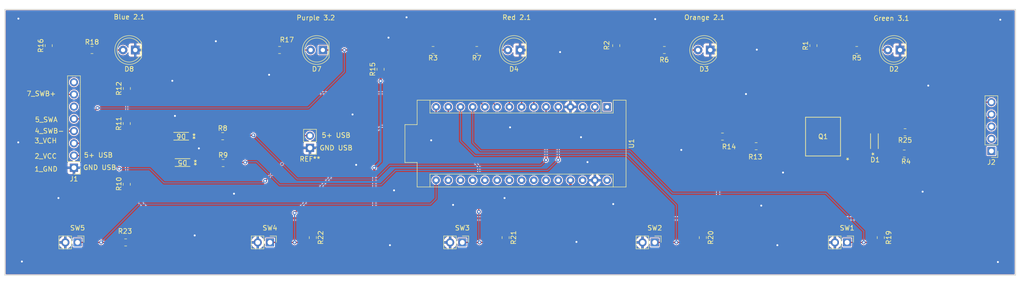
<source format=kicad_pcb>
(kicad_pcb (version 20211014) (generator pcbnew)
  (layers (0 "F.Cu" signal) (31 "B.Cu" signal) (34 "B.Paste" user) (35 "F.Paste" user) (36 "B.SilkS" user "B.Silkscreen") (37 "F.SilkS" user "F.Silkscreen") (38 "B.Mask" user) (39 "F.Mask" user) (44 "Edge.Cuts" user))
  (net 0 "")
  (net 1 "Net-(D1-Pad1)")
  (net 2 "Net-(D1-Pad2)")
  (net 3 "Net-(D2-Pad2)")
  (net 4 "Net-(D3-Pad2)")
  (net 5 "Net-(D4-Pad2)")
  (net 6 "Net-(D5-Pad1)")
  (net 7 "MESA_VCH")
  (net 8 "Net-(D6-Pad1)")
  (net 9 "Arduino_D4")
  (net 10 "Net-(D7-Pad2)")
  (net 11 "Net-(D8-Pad2)")
  (net 13 "Arduino_RX")
  (net 14 "Net-(Q1-Pad6)")
  (net 15 "Arduino_D6")
  (net 16 "Arduino_D7")
  (net 17 "Arduino_D8")
  (net 18 "Net-(J2-Pad4)")
  (net 19 "Arduino_D3")
  (net 20 "Arduino_D2")
  (net 21 "VCC")
  (net 22 "Net-(R11-Pad2)")
  (net 23 "Arduino_D10")
  (net 24 "Arduino_D9")
  (net 25 "Arduino_D11")
  (net 26 "Arduino_D12")
  (net 27 "Arduino_D13")
  (net 35 "Arduino_D5")
  (net 38 "GND")
  (net 39 "Net-(J2-Pad5)")
  (net 41 "+5V")
  (footprint "LED_THT:LED_D5.0mm" (layer "F.Cu") (at 238 59 180)
    (fp_text reference "D2" (at 1.27 -3.96) (layer "F.SilkS"))
    (fp_text value "Green 3.1" (at 1.8 6.6) (layer "F.SilkS"))
    (pad "1" thru_hole rect (at 0 0 180) (size 1.8 1.8) (drill 0.9) (layers *.Cu *.Mask) (net 38 "GND"))
    (pad "2" thru_hole circle (at 2.54 0 180) (size 1.8 1.8) (drill 0.9) (layers *.Cu *.Mask) (net 3 "Net-(D2-Pad2)"))
  )
  (footprint "Resistor_SMD:R_0805_2012Metric" (layer "F.Cu") (at 130 63 90)
    (fp_text reference "R15" (at 0 -1.65 90) (layer "F.SilkS"))
    (fp_text value "10K")
    (pad "1" smd roundrect (at -0.9125 0 90) (size 1.025 1.4) (layers "F.Cu" "F.Paste" "F.Mask") (roundrect_rratio 0.243902439) (net 21 "VCC"))
    (pad "2" smd roundrect (at 0.9125 0 90) (size 1.025 1.4) (layers "F.Cu" "F.Paste" "F.Mask") (roundrect_rratio 0.243902439) (net 16 "Arduino_D7"))
  )
  (footprint "Resistor_SMD:R_0805_2012Metric" (layer "F.Cu") (at 61 58.0875 90)
    (fp_text reference "R16" (at 0 -1.65 90) (layer "F.SilkS"))
    (fp_text value "10K")
    (pad "1" smd roundrect (at -0.9125 0 90) (size 1.025 1.4) (layers "F.Cu" "F.Paste" "F.Mask") (roundrect_rratio 0.243902439) (net 17 "Arduino_D8"))
    (pad "2" smd roundrect (at 0.9125 0 90) (size 1.025 1.4) (layers "F.Cu" "F.Paste" "F.Mask") (roundrect_rratio 0.243902439) (net 38 "GND"))
  )
  (footprint "1N4148W-13-L:SOD123_DIO" (layer "F.Cu") (at 232.675 77.95 90)
    (fp_text reference "D1" (at -3.875 0.15 unlocked) (layer "F.SilkS"))
    (fp_text value "1N4148")
    (fp_text user "*" (at -2.6616 0 90) (layer "F.SilkS"))
    (pad "1" smd rect (at -1.725 0 90) (size 1.1112 0.6008) (layers "F.Cu" "F.Paste" "F.Mask") (net 1 "Net-(D1-Pad1)"))
    (pad "2" smd rect (at 1.725 0 90) (size 1.1112 0.6008) (layers "F.Cu" "F.Paste" "F.Mask") (net 2 "Net-(D1-Pad2)"))
  )
  (footprint "Arduino:Arduino_Nano" (layer "F.Cu") (at 177.1 70.83 -90)
    (fp_text reference "U1" (at 7.62 -5.08 90) (layer "F.SilkS"))
    (fp_text value "Arduino_Nano")
    (pad "1" thru_hole rect locked (at 0 0 270) (size 1.6 1.6) (drill 0.8) (layers *.Cu *.Mask))
    (pad "2" thru_hole oval locked (at 0 2.54 270) (size 1.6 1.6) (drill 0.8) (layers *.Cu *.Mask) (net 13 "Arduino_RX"))
    (pad "3" thru_hole oval locked (at 0 5.08 270) (size 1.6 1.6) (drill 0.8) (layers *.Cu *.Mask))
    (pad "4" thru_hole oval locked (at 0 7.62 270) (size 1.6 1.6) (drill 0.8) (layers *.Cu *.Mask) (net 38 "GND"))
    (pad "5" thru_hole oval locked (at 0 10.16 270) (size 1.6 1.6) (drill 0.8) (layers *.Cu *.Mask) (net 20 "Arduino_D2"))
    (pad "6" thru_hole oval locked (at 0 12.7 270) (size 1.6 1.6) (drill 0.8) (layers *.Cu *.Mask) (net 19 "Arduino_D3"))
    (pad "7" thru_hole oval locked (at 0 15.24 270) (size 1.6 1.6) (drill 0.8) (layers *.Cu *.Mask) (net 9 "Arduino_D4"))
    (pad "8" thru_hole oval locked (at 0 17.78 270) (size 1.6 1.6) (drill 0.8) (layers *.Cu *.Mask) (net 35 "Arduino_D5"))
    (pad "9" thru_hole oval locked (at 0 20.32 270) (size 1.6 1.6) (drill 0.8) (layers *.Cu *.Mask) (net 15 "Arduino_D6"))
    (pad "10" thru_hole oval locked (at 0 22.86 270) (size 1.6 1.6) (drill 0.8) (layers *.Cu *.Mask) (net 16 "Arduino_D7"))
    (pad "11" thru_hole oval locked (at 0 25.4 270) (size 1.6 1.6) (drill 0.8) (layers *.Cu *.Mask) (net 17 "Arduino_D8"))
    (pad "12" thru_hole oval locked (at 0 27.94 270) (size 1.6 1.6) (drill 0.8) (layers *.Cu *.Mask) (net 24 "Arduino_D9"))
    (pad "13" thru_hole oval locked (at 0 30.48 270) (size 1.6 1.6) (drill 0.8) (layers *.Cu *.Mask) (net 23 "Arduino_D10"))
    (pad "14" thru_hole oval locked (at 0 33.02 270) (size 1.6 1.6) (drill 0.8) (layers *.Cu *.Mask) (net 25 "Arduino_D11"))
    (pad "15" thru_hole oval locked (at 0 35.56 270) (size 1.6 1.6) (drill 0.8) (layers *.Cu *.Mask) (net 26 "Arduino_D12"))
    (pad "16" thru_hole oval locked (at 15.24 35.56 270) (size 1.6 1.6) (drill 0.8) (layers *.Cu *.Mask) (net 27 "Arduino_D13"))
    (pad "17" thru_hole oval locked (at 15.24 33.02 270) (size 1.6 1.6) (drill 0.8) (layers *.Cu *.Mask))
    (pad "18" thru_hole oval locked (at 15.24 30.48 270) (size 1.6 1.6) (drill 0.8) (layers *.Cu *.Mask))
    (pad "19" thru_hole oval locked (at 15.24 27.94 270) (size 1.6 1.6) (drill 0.8) (layers *.Cu *.Mask))
    (pad "20" thru_hole oval locked (at 15.24 25.4 270) (size 1.6 1.6) (drill 0.8) (layers *.Cu *.Mask))
    (pad "21" thru_hole oval locked (at 15.24 22.86 270) (size 1.6 1.6) (drill 0.8) (layers *.Cu *.Mask))
    (pad "22" thru_hole oval locked (at 15.24 20.32 270) (size 1.6 1.6) (drill 0.8) (layers *.Cu *.Mask))
    (pad "23" thru_hole oval locked (at 15.24 17.78 270) (size 1.6 1.6) (drill 0.8) (layers *.Cu *.Mask))
    (pad "24" thru_hole oval locked (at 15.24 15.24 270) (size 1.6 1.6) (drill 0.8) (layers *.Cu *.Mask))
    (pad "25" thru_hole oval locked (at 15.24 12.7 270) (size 1.6 1.6) (drill 0.8) (layers *.Cu *.Mask))
    (pad "26" thru_hole oval locked (at 15.24 10.16 270) (size 1.6 1.6) (drill 0.8) (layers *.Cu *.Mask))
    (pad "27" thru_hole oval locked (at 15.24 7.62 270) (size 1.6 1.6) (drill 0.8) (layers *.Cu *.Mask) (net 21 "VCC"))
    (pad "28" thru_hole oval locked (at 15.24 5.08 270) (size 1.6 1.6) (drill 0.8) (layers *.Cu *.Mask))
    (pad "29" thru_hole oval locked (at 15.24 2.54 270) (size 1.6 1.6) (drill 0.8) (layers *.Cu *.Mask) (net 38 "GND"))
    (pad "30" thru_hole oval locked (at 15.24 0 270) (size 1.6 1.6) (drill 0.8) (layers *.Cu *.Mask))
  )
  (footprint "Resistor_SMD:R_0805_2012Metric" (layer "F.Cu") (at 179 58.0875 90)
    (fp_text reference "R2" (at 0.0625 -1.975 90) (layer "F.SilkS"))
    (fp_text value "10K")
    (pad "1" smd roundrect (at -0.9125 0 90) (size 1.025 1.4) (layers "F.Cu" "F.Paste" "F.Mask") (roundrect_rratio 0.243902439) (net 35 "Arduino_D5"))
    (pad "2" smd roundrect (at 0.9125 0 90) (size 1.025 1.4) (layers "F.Cu" "F.Paste" "F.Mask") (roundrect_rratio 0.243902439) (net 38 "GND"))
  )
  (footprint "1N4148W-13-L:SOD123_DIO" (layer "F.Cu") (at 88.55 76.925 180)
    (fp_text reference "D6" (at 0 0 180 unlocked) (layer "F.SilkS"))
    (fp_text value "1N4148")
    (fp_text user "*" (at -2.6616 0) (layer "F.SilkS"))
    (fp_text user "*" (at -2.6616 0 180 unlocked) (layer "F.SilkS"))
    (pad "1" smd rect (at -1.725 0 180) (size 1.1112 0.6008) (layers "F.Cu" "F.Paste" "F.Mask") (net 8 "Net-(D6-Pad1)"))
    (pad "2" smd rect (at 1.725 0 180) (size 1.1112 0.6008) (layers "F.Cu" "F.Paste" "F.Mask") (net 7 "MESA_VCH"))
  )
  (footprint "LED_THT:LED_D5.0mm" (layer "F.Cu") (at 118 59 180)
    (fp_text reference "D7" (at 1.27 -3.96) (layer "F.SilkS"))
    (fp_text value "Purple 3.2" (at 1.475 6.7) (layer "F.SilkS"))
    (pad "1" thru_hole rect (at 0 0 180) (size 1.8 1.8) (drill 0.9) (layers *.Cu *.Mask) (net 16 "Arduino_D7"))
    (pad "2" thru_hole circle (at 2.54 0 180) (size 1.8 1.8) (drill 0.9) (layers *.Cu *.Mask) (net 10 "Net-(D7-Pad2)"))
  )
  (footprint "Resistor_SMD:R_0805_2012Metric" (layer "F.Cu") (at 220 58.0875 90)
    (fp_text reference "R1" (at 0 -1.65 90) (layer "F.SilkS"))
    (fp_text value "10K")
    (pad "1" smd roundrect (at -0.9125 0 90) (size 1.025 1.4) (layers "F.Cu" "F.Paste" "F.Mask") (roundrect_rratio 0.243902439) (net 9 "Arduino_D4"))
    (pad "2" smd roundrect (at 0.9125 0 90) (size 1.025 1.4) (layers "F.Cu" "F.Paste" "F.Mask") (roundrect_rratio 0.243902439) (net 38 "GND"))
  )
  (footprint "Connector_PinHeader_2.54mm:PinHeader_1x05_P2.54mm_Vertical" (layer "F.Cu") (at 257 80 180)
    (fp_text reference "J2" (at 0 -2.33 180) (layer "F.SilkS"))
    (fp_text value "DIN-5_180degree")
    (pad "1" thru_hole rect locked (at 0 0 180) (size 1.7 1.7) (drill 1) (layers *.Cu *.Mask))
    (pad "2" thru_hole oval locked (at 0 2.54 180) (size 1.7 1.7) (drill 1) (layers *.Cu *.Mask))
    (pad "3" thru_hole oval locked (at 0 5.08 180) (size 1.7 1.7) (drill 1) (layers *.Cu *.Mask))
    (pad "4" thru_hole oval locked (at 0 7.62 180) (size 1.7 1.7) (drill 1) (layers *.Cu *.Mask) (net 18 "Net-(J2-Pad4)"))
    (pad "5" thru_hole oval locked (at 0 10.16 180) (size 1.7 1.7) (drill 1) (layers *.Cu *.Mask) (net 39 "Net-(J2-Pad5)"))
  )
  (footprint "Resistor_SMD:R_0805_2012Metric" (layer "F.Cu") (at 208.0875 79)
    (fp_text reference "R13" (at -0.1625 2.225) (layer "F.SilkS"))
    (fp_text value "100K")
    (pad "1" smd roundrect (at -0.9125 0) (size 1.025 1.4) (layers "F.Cu" "F.Paste" "F.Mask") (roundrect_rratio 0.243902439) (net 38 "GND"))
    (pad "2" smd roundrect (at 0.9125 0) (size 1.025 1.4) (layers "F.Cu" "F.Paste" "F.Mask") (roundrect_rratio 0.243902439) (net 14 "Net-(Q1-Pad6)"))
  )
  (footprint "Resistor_SMD:R_0805_2012Metric" (layer "F.Cu") (at 109 59)
    (fp_text reference "R17" (at 1.525 -2.125) (layer "F.SilkS"))
    (fp_text value "R220")
    (pad "1" smd roundrect (at -0.9125 0) (size 1.025 1.4) (layers "F.Cu" "F.Paste" "F.Mask") (roundrect_rratio 0.243902439) (net 21 "VCC"))
    (pad "2" smd roundrect (at 0.9125 0) (size 1.025 1.4) (layers "F.Cu" "F.Paste" "F.Mask") (roundrect_rratio 0.243902439) (net 10 "Net-(D7-Pad2)"))
  )
  (footprint "Resistor_SMD:R_0805_2012Metric" (layer "F.Cu") (at 239.05 76.1 180)
    (fp_text reference "R25" (at 0 -1.65) (layer "F.SilkS"))
    (fp_text value "0R")
    (pad "1" smd roundrect locked (at -0.9125 0 180) (size 1.025 1.4) (layers "F.Cu" "F.Paste" "F.Mask") (roundrect_rratio 0.243902439) (net 39 "Net-(J2-Pad5)"))
    (pad "2" smd roundrect locked (at 0.9125 0 180) (size 1.025 1.4) (layers "F.Cu" "F.Paste" "F.Mask") (roundrect_rratio 0.243902439) (net 2 "Net-(D1-Pad2)"))
  )
  (footprint "Resistor_SMD:R_0805_2012Metric" (layer "F.Cu") (at 140.9125 59 180)
    (fp_text reference "R3" (at 0 -1.65) (layer "F.SilkS"))
    (fp_text value "10K")
    (pad "1" smd roundrect (at -0.9125 0 180) (size 1.025 1.4) (layers "F.Cu" "F.Paste" "F.Mask") (roundrect_rratio 0.243902439) (net 15 "Arduino_D6"))
    (pad "2" smd roundrect (at 0.9125 0 180) (size 1.025 1.4) (layers "F.Cu" "F.Paste" "F.Mask") (roundrect_rratio 0.243902439) (net 38 "GND"))
  )
  (footprint "Resistor_SMD:R_0805_2012Metric" (layer "F.Cu") (at 156 98 -90)
    (fp_text reference "R21" (at 0 -1.65 90) (layer "F.SilkS"))
    (fp_text value "10K")
    (pad "1" smd roundrect (at -0.9125 0 270) (size 1.025 1.4) (layers "F.Cu" "F.Paste" "F.Mask") (roundrect_rratio 0.243902439) (net 21 "VCC"))
    (pad "2" smd roundrect (at 0.9125 0 270) (size 1.025 1.4) (layers "F.Cu" "F.Paste" "F.Mask") (roundrect_rratio 0.243902439) (net 25 "Arduino_D11"))
  )
  (footprint "Resistor_SMD:R_0805_2012Metric" (layer "F.Cu") (at 77 99 180)
    (fp_text reference "R23" (at 0.125 2.325) (layer "F.SilkS"))
    (fp_text value "10K")
    (pad "1" smd roundrect (at -0.9125 0 180) (size 1.025 1.4) (layers "F.Cu" "F.Paste" "F.Mask") (roundrect_rratio 0.243902439) (net 21 "VCC"))
    (pad "2" smd roundrect (at 0.9125 0 180) (size 1.025 1.4) (layers "F.Cu" "F.Paste" "F.Mask") (roundrect_rratio 0.243902439) (net 27 "Arduino_D13"))
  )
  (footprint "Resistor_SMD:R_0805_2012Metric" (layer "F.Cu") (at 77.225 86.9125 90)
    (fp_text reference "R10" (at 0.0875 -1.625 -90) (layer "F.SilkS"))
    (fp_text value "10K")
    (pad "1" smd roundrect (at -0.9125 0 90) (size 1.025 1.4) (layers "F.Cu" "F.Paste" "F.Mask") (roundrect_rratio 0.243902439) (net 21 "VCC"))
    (pad "2" smd roundrect (at 0.9125 0 90) (size 1.025 1.4) (layers "F.Cu" "F.Paste" "F.Mask") (roundrect_rratio 0.243902439) (net 7 "MESA_VCH"))
  )
  (footprint "Connector_PinHeader_2.54mm:PinHeader_1x02_P2.54mm_Vertical" (layer "F.Cu") (at 115.325 79.35 180)
    (fp_text reference "REF**" (at 0 -2.33) (layer "F.SilkS"))
    (fp_text value "USB Power")
    (pad "1" thru_hole rect locked (at 0 0 180) (size 1.7 1.7) (drill 1) (layers *.Cu *.Mask) (net 38 "GND"))
    (pad "2" thru_hole oval locked (at 0 2.54 180) (size 1.7 1.7) (drill 1) (layers *.Cu *.Mask) (net 41 "+5V"))
  )
  (footprint "Connector_PinHeader_2.54mm:PinHeader_1x02_P2.54mm_Vertical" (layer "F.Cu") (at 147 99 -90)
    (fp_text reference "SW3" (at -3 0) (layer "F.SilkS"))
    (fp_text value "SW_Push")
    (pad "1" thru_hole rect (at 0 0 270) (size 1.7 1.7) (drill 1) (layers *.Cu *.Mask) (net 25 "Arduino_D11"))
    (pad "2" thru_hole oval (at 0 2.54 270) (size 1.7 1.7) (drill 1) (layers *.Cu *.Mask) (net 38 "GND"))
  )
  (footprint "LED_THT:LED_D5.0mm" (layer "F.Cu") (at 79 59 180)
    (fp_text reference "D8" (at 1.27 -3.96) (layer "F.SilkS"))
    (fp_text value "Blue 2.1" (at 1.25 6.875) (layer "F.SilkS"))
    (pad "1" thru_hole rect (at 0 0 180) (size 1.8 1.8) (drill 0.9) (layers *.Cu *.Mask) (net 38 "GND"))
    (pad "2" thru_hole circle (at 2.54 0 180) (size 1.8 1.8) (drill 0.9) (layers *.Cu *.Mask) (net 11 "Net-(D8-Pad2)"))
  )
  (footprint "Resistor_SMD:R_0805_2012Metric" (layer "F.Cu") (at 97.2625 82.5)
    (fp_text reference "R9" (at 0 -1.65) (layer "F.SilkS"))
    (fp_text value "4K7")
    (pad "1" smd roundrect (at -0.9125 0) (size 1.025 1.4) (layers "F.Cu" "F.Paste" "F.Mask") (roundrect_rratio 0.243902439) (net 6 "Net-(D5-Pad1)"))
    (pad "2" smd roundrect (at 0.9125 0) (size 1.025 1.4) (layers "F.Cu" "F.Paste" "F.Mask") (roundrect_rratio 0.243902439) (net 20 "Arduino_D2"))
  )
  (footprint "Connector_PinHeader_2.54mm:PinHeader_1x02_P2.54mm_Vertical" (layer "F.Cu") (at 227 99 -90)
    (fp_text reference "SW1" (at -3 0) (layer "F.SilkS"))
    (fp_text value "SW_Push")
    (pad "1" thru_hole rect (at 0 0 270) (size 1.7 1.7) (drill 1) (layers *.Cu *.Mask) (net 24 "Arduino_D9"))
    (pad "2" thru_hole oval (at 0 2.54 270) (size 1.7 1.7) (drill 1) (layers *.Cu *.Mask) (net 38 "GND"))
  )
  (footprint "Connector_PinHeader_2.54mm:PinHeader_1x02_P2.54mm_Vertical" (layer "F.Cu") (at 187 99 -90)
    (fp_text reference "SW2" (at -3 0) (layer "F.SilkS"))
    (fp_text value "SW_Push")
    (pad "1" thru_hole rect (at 0 0 270) (size 1.7 1.7) (drill 1) (layers *.Cu *.Mask) (net 23 "Arduino_D10"))
    (pad "2" thru_hole oval (at 0 2.54 270) (size 1.7 1.7) (drill 1) (layers *.Cu *.Mask) (net 38 "GND"))
  )
  (footprint "LED_THT:LED_D5.0mm" (layer "F.Cu") (at 159 59 180)
    (fp_text reference "D4" (at 1.27 -3.96) (layer "F.SilkS"))
    (fp_text value "Red 2.1" (at 0.7 6.775) (layer "F.SilkS"))
    (pad "1" thru_hole rect (at 0 0 180) (size 1.8 1.8) (drill 0.9) (layers *.Cu *.Mask) (net 38 "GND"))
    (pad "2" thru_hole circle (at 2.54 0 180) (size 1.8 1.8) (drill 0.9) (layers *.Cu *.Mask) (net 5 "Net-(D4-Pad2)"))
  )
  (footprint "Resistor_SMD:R_0805_2012Metric" (layer "F.Cu") (at 150 59 180)
    (fp_text reference "R7" (at 0 -1.65) (layer "F.SilkS"))
    (fp_text value "R220")
    (pad "1" smd roundrect (at -0.9125 0 180) (size 1.025 1.4) (layers "F.Cu" "F.Paste" "F.Mask") (roundrect_rratio 0.243902439) (net 5 "Net-(D4-Pad2)"))
    (pad "2" smd roundrect (at 0.9125 0 180) (size 1.025 1.4) (layers "F.Cu" "F.Paste" "F.Mask") (roundrect_rratio 0.243902439) (net 15 "Arduino_D6"))
  )
  (footprint "LED_THT:LED_D5.0mm" (layer "F.Cu") (at 198.54 59 180)
    (fp_text reference "D3" (at 1.27 -3.96) (layer "F.SilkS"))
    (fp_text value "Orange 2.1" (at 1.19 6.775) (layer "F.SilkS"))
    (pad "1" thru_hole rect (at 0 0 180) (size 1.8 1.8) (drill 0.9) (layers *.Cu *.Mask) (net 38 "GND"))
    (pad "2" thru_hole circle (at 2.54 0 180) (size 1.8 1.8) (drill 0.9) (layers *.Cu *.Mask) (net 4 "Net-(D3-Pad2)"))
  )
  (footprint "Resistor_SMD:R_0805_2012Metric" (layer "F.Cu") (at 97.175 76.925)
    (fp_text reference "R8" (at 0 -1.65) (layer "F.SilkS"))
    (fp_text value "R470")
    (pad "1" smd roundrect (at -0.9125 0) (size 1.025 1.4) (layers "F.Cu" "F.Paste" "F.Mask") (roundrect_rratio 0.243902439) (net 8 "Net-(D6-Pad1)"))
    (pad "2" smd roundrect (at 0.9125 0) (size 1.025 1.4) (layers "F.Cu" "F.Paste" "F.Mask") (roundrect_rratio 0.243902439) (net 19 "Arduino_D3"))
  )
  (footprint "1N4148W-13-L:SOD123_DIO" (layer "F.Cu") (at 88.825 82.4 180)
    (fp_text reference "D5" (at 0 0 180 unlocked) (layer "F.SilkS"))
    (fp_text value "1N4148")
    (fp_text user "*" (at -2.6616 0 180 unlocked) (layer "F.SilkS"))
    (fp_text user "*" (at -2.6616 0) (layer "F.SilkS"))
    (pad "1" smd rect (at -1.725 0 180) (size 1.1112 0.6008) (layers "F.Cu" "F.Paste" "F.Mask") (net 6 "Net-(D5-Pad1)"))
    (pad "2" smd rect (at 1.725 0 180) (size 1.1112 0.6008) (layers "F.Cu" "F.Paste" "F.Mask") (net 7 "MESA_VCH"))
  )
  (footprint "Resistor_SMD:R_0805_2012Metric" (layer "F.Cu") (at 229 59 180)
    (fp_text reference "R5" (at 0 -1.65) (layer "F.SilkS"))
    (fp_text value "R220")
    (pad "1" smd roundrect (at -0.9125 0 180) (size 1.025 1.4) (layers "F.Cu" "F.Paste" "F.Mask") (roundrect_rratio 0.243902439) (net 3 "Net-(D2-Pad2)"))
    (pad "2" smd roundrect (at 0.9125 0 180) (size 1.025 1.4) (layers "F.Cu" "F.Paste" "F.Mask") (roundrect_rratio 0.243902439) (net 9 "Arduino_D4"))
  )
  (footprint "Resistor_SMD:R_0805_2012Metric" (layer "F.Cu") (at 238.875 80.525)
    (fp_text reference "R4" (at 0.375 1.65 -180) (layer "F.SilkS"))
    (fp_text value "R220")
    (pad "1" smd roundrect (at -0.9125 0) (size 1.025 1.4) (layers "F.Cu" "F.Paste" "F.Mask") (roundrect_rratio 0.243902439) (net 1 "Net-(D1-Pad1)"))
    (pad "2" smd roundrect (at 0.9125 0) (size 1.025 1.4) (layers "F.Cu" "F.Paste" "F.Mask") (roundrect_rratio 0.243902439) (net 18 "Net-(J2-Pad4)"))
  )
  (footprint "4n25-x007t:X007_VIS" (layer "F.Cu") (at 222 77 180)
    (fp_text reference "Q1" (at 0 0 unlocked) (layer "F.SilkS"))
    (fp_text value "4N25-X007T")
    (fp_text user "*" (at -5.1054 -4.3434 180 unlocked) (layer "F.SilkS"))
    (pad "1" smd rect (at -4.8514 -2.54 180) (size 1.3208 0.6604) (layers "F.Cu" "F.Paste" "F.Mask") (net 1 "Net-(D1-Pad1)"))
    (pad "2" smd rect (at -4.8514 0 180) (size 1.3208 0.6604) (layers "F.Cu" "F.Paste" "F.Mask") (net 2 "Net-(D1-Pad2)"))
    (pad "3" smd rect (at -4.8514 2.54 180) (size 1.3208 0.6604) (layers "F.Cu" "F.Paste" "F.Mask"))
    (pad "4" smd rect (at 4.8514 2.54 180) (size 1.3208 0.6604) (layers "F.Cu" "F.Paste" "F.Mask") (net 38 "GND"))
    (pad "5" smd rect (at 4.8514 0 180) (size 1.3208 0.6604) (layers "F.Cu" "F.Paste" "F.Mask") (net 13 "Arduino_RX"))
    (pad "6" smd rect (at 4.8514 -2.54 180) (size 1.3208 0.6604) (layers "F.Cu" "F.Paste" "F.Mask") (net 14 "Net-(Q1-Pad6)"))
  )
  (footprint "Resistor_SMD:R_0805_2012Metric" (layer "F.Cu") (at 234 98 -90)
    (fp_text reference "R19" (at 0 -1.65 90) (layer "F.SilkS"))
    (fp_text value "10K")
    (pad "1" smd roundrect (at -0.9125 0 270) (size 1.025 1.4) (layers "F.Cu" "F.Paste" "F.Mask") (roundrect_rratio 0.243902439) (net 21 "VCC"))
    (pad "2" smd roundrect (at 0.9125 0 270) (size 1.025 1.4) (layers "F.Cu" "F.Paste" "F.Mask") (roundrect_rratio 0.243902439) (net 24 "Arduino_D9"))
  )
  (footprint "Resistor_SMD:R_0805_2012Metric" (layer "F.Cu") (at 77.225 74.2875 90)
    (fp_text reference "R11" (at 0 -1.65 90) (layer "F.SilkS"))
    (fp_text value "3K3")
    (pad "1" smd roundrect (at -0.9125 0 90) (size 1.025 1.4) (layers "F.Cu" "F.Paste" "F.Mask") (roundrect_rratio 0.243902439) (net 7 "MESA_VCH"))
    (pad "2" smd roundrect (at 0.9125 0 90) (size 1.025 1.4) (layers "F.Cu" "F.Paste" "F.Mask") (roundrect_rratio 0.243902439) (net 22 "Net-(R11-Pad2)"))
  )
  (footprint "Resistor_SMD:R_0805_2012Metric" (layer "F.Cu") (at 197 98 -90)
    (fp_text reference "R20" (at 0 -1.65 90) (layer "F.SilkS"))
    (fp_text value "10K")
    (pad "1" smd roundrect (at -0.9125 0 270) (size 1.025 1.4) (layers "F.Cu" "F.Paste" "F.Mask") (roundrect_rratio 0.243902439) (net 21 "VCC"))
    (pad "2" smd roundrect (at 0.9125 0 270) (size 1.025 1.4) (layers "F.Cu" "F.Paste" "F.Mask") (roundrect_rratio 0.243902439) (net 23 "Arduino_D10"))
  )
  (footprint "Resistor_SMD:R_0805_2012Metric" (layer "F.Cu") (at 115.9125 98 -90)
    (fp_text reference "R22" (at 0 -1.65 90) (layer "F.SilkS"))
    (fp_text value "10K")
    (pad "1" smd roundrect (at -0.9125 0 270) (size 1.025 1.4) (layers "F.Cu" "F.Paste" "F.Mask") (roundrect_rratio 0.243902439) (net 21 "VCC"))
    (pad "2" smd roundrect (at 0.9125 0 270) (size 1.025 1.4) (layers "F.Cu" "F.Paste" "F.Mask") (roundrect_rratio 0.243902439) (net 26 "Arduino_D12"))
  )
  (footprint "Resistor_SMD:R_0805_2012Metric" (layer "F.Cu") (at 70 59)
    (fp_text reference "R18" (at 0 -1.65) (layer "F.SilkS"))
    (fp_text value "R220")
    (pad "1" smd roundrect (at -0.9125 0) (size 1.025 1.4) (layers "F.Cu" "F.Paste" "F.Mask") (roundrect_rratio 0.243902439) (net 17 "Arduino_D8"))
    (pad "2" smd roundrect (at 0.9125 0) (size 1.025 1.4) (layers "F.Cu" "F.Paste" "F.Mask") (roundrect_rratio 0.243902439) (net 11 "Net-(D8-Pad2)"))
  )
  (footprint "Connector_PinHeader_2.54mm:PinHeader_1x02_P2.54mm_Vertical" (layer "F.Cu") (at 107 99 -90)
    (fp_text reference "SW4" (at -3 0) (layer "F.SilkS"))
    (fp_text value "SW_Push")
    (pad "1" thru_hole rect (at 0 0 270) (size 1.7 1.7) (drill 1) (layers *.Cu *.Mask) (net 26 "Arduino_D12"))
    (pad "2" thru_hole oval (at 0 2.54 270) (size 1.7 1.7) (drill 1) (layers *.Cu *.Mask) (net 38 "GND"))
  )
  (footprint "Connector_PinHeader_2.54mm:PinHeader_1x02_P2.54mm_Vertical" (layer "F.Cu") (at 67 99 -90)
    (fp_text reference "SW5" (at -3 0) (layer "F.SilkS"))
    (fp_text value "SW_Push")
    (pad "1" thru_hole rect (at 0 0 270) (size 1.7 1.7) (drill 1) (layers *.Cu *.Mask) (net 27 "Arduino_D13"))
    (pad "2" thru_hole oval (at 0 2.54 270) (size 1.7 1.7) (drill 1) (layers *.Cu *.Mask) (net 38 "GND"))
  )
  (footprint "Resistor_SMD:R_0805_2012Metric" (layer "F.Cu") (at 189 59 180)
    (fp_text reference "R6" (at 0.025 -2.05) (layer "F.SilkS"))
    (fp_text value "R220")
    (pad "1" smd roundrect (at -0.9125 0 180) (size 1.025 1.4) (layers "F.Cu" "F.Paste" "F.Mask") (roundrect_rratio 0.243902439) (net 4 "Net-(D3-Pad2)"))
    (pad "2" smd roundrect (at 0.9125 0 180) (size 1.025 1.4) (layers "F.Cu" "F.Paste" "F.Mask") (roundrect_rratio 0.243902439) (net 35 "Arduino_D5"))
  )
  (footprint "Resistor_SMD:R_0805_2012Metric" (layer "F.Cu") (at 77.25 67 90)
    (fp_text reference "R12" (at 0 -1.65 90) (layer "F.SilkS"))
    (fp_text value "5K23")
    (pad "1" smd roundrect (at -0.9125 0 90) (size 1.025 1.4) (layers "F.Cu" "F.Paste" "F.Mask") (roundrect_rratio 0.243902439) (net 22 "Net-(R11-Pad2)"))
    (pad "2" smd roundrect (at 0.9125 0 90) (size 1.025 1.4) (layers "F.Cu" "F.Paste" "F.Mask") (roundrect_rratio 0.243902439) (net 38 "GND"))
  )
  (footprint "Resistor_SMD:R_0805_2012Metric" (layer "F.Cu") (at 201.0875 77)
    (fp_text reference "R14" (at 1.3625 2.1) (layer "F.SilkS"))
    (fp_text value "3K3")
    (pad "1" smd roundrect (at -0.9125 0) (size 1.025 1.4) (layers "F.Cu" "F.Paste" "F.Mask") (roundrect_rratio 0.243902439) (net 21 "VCC"))
    (pad "2" smd roundrect (at 0.9125 0) (size 1.025 1.4) (layers "F.Cu" "F.Paste" "F.Mask") (roundrect_rratio 0.243902439) (net 13 "Arduino_RX"))
  )
  (footprint "Connector_PinHeader_2.54mm:PinHeader_1x08_P2.54mm_Vertical" (layer "F.Cu") (at 66.25 83.475 180)
    (fp_text reference "J1" (at 0 -2.33 180) (layer "F.SilkS"))
    (fp_text value "DIN-8")
    (pad "1" thru_hole rect locked (at 0 0 180) (size 1.7 1.7) (drill 1) (layers *.Cu *.Mask) (net 38 "GND"))
    (pad "2" thru_hole oval locked (at 0 2.54 180) (size 1.7 1.7) (drill 1) (layers *.Cu *.Mask) (net 41 "+5V"))
    (pad "3" thru_hole oval locked (at 0 5.08 180) (size 1.7 1.7) (drill 1) (layers *.Cu *.Mask) (net 7 "MESA_VCH"))
    (pad "4" thru_hole oval locked (at 0 7.62 180) (size 1.7 1.7) (drill 1) (layers *.Cu *.Mask) (net 17 "Arduino_D8"))
    (pad "5" thru_hole oval locked (at 0 10.16 180) (size 1.7 1.7) (drill 1) (layers *.Cu *.Mask) (net 16 "Arduino_D7"))
    (pad "6" thru_hole oval locked (at 0 12.7 180) (size 1.7 1.7) (drill 1) (layers *.Cu *.Mask))
    (pad "7" thru_hole oval locked (at 0 15.24 180) (size 1.7 1.7) (drill 1) (layers *.Cu *.Mask) (net 17 "Arduino_D8"))
    (pad "8" thru_hole oval locked (at 0 17.78 180) (size 1.7 1.7) (drill 1) (layers *.Cu *.Mask))
  )
  (gr_rect (start 262.025 105.825) (end 51.875 50.55) (layer "Edge.Cuts") (width 0.15) (fill none))
  (gr_text "3_VCH" (at 60.375 77.85) (layer "F.SilkS") (effects (font (size 1 1))))
  (gr_text "5_SWA" (at 60.5 73.475) (layer "F.SilkS") (effects (font (size 1 1))))
  (gr_text "2_VCC" (at 60.375 81.075) (layer "F.SilkS") (effects (font (size 1 1))))
  (gr_text "1_GND" (at 60.45 83.75) (layer "F.SilkS") (effects (font (size 1 1))))
  (gr_text "4_SWB-" (at 61.15 75.825) (layer "F.SilkS") (effects (font (size 1 1))))
  (gr_text "7_SWB+" (at 59.45 68.075) (layer "F.SilkS") (effects (font (size 1 1))))
  (gr_text "5+ USB" (at 71.325 80.85) (layer "F.SilkS") (effects (font (size 1 1))))
  (gr_text "GND USB" (at 71.6 83.425) (layer "F.SilkS") (effects (font (size 1 1))))
  (gr_text "5+ USB" (at 120.75 76.725) (layer "F.SilkS") (effects (font (size 1 1))))
  (gr_text "GND USB" (at 120.75 79.35) (layer "F.SilkS") (effects (font (size 1 1))))
  (segment (start 226.8514 79.54) (end 232.54 79.54) (width 0.25) (layer "F.Cu") (net 1))
  (segment (start 232.54 79.54) (end 232.675 79.675) (width 0.25) (layer "F.Cu") (net 1))
  (segment (start 237.1125 79.675) (end 232.675 79.675) (width 0.25) (layer "F.Cu") (net 1))
  (segment (start 237.9625 80.525) (end 237.1125 79.675) (width 0.25) (layer "F.Cu") (net 1))
  (segment (start 227.6264 76.225) (end 232.675 76.225) (width 0.25) (layer "F.Cu") (net 2))
  (segment (start 238.0125 76.225) (end 232.675 76.225) (width 0.25) (layer "F.Cu") (net 2))
  (segment (start 238.1375 76.1) (end 238.0125 76.225) (width 0.25) (layer "F.Cu") (net 2))
  (segment (start 226.8514 77) (end 227.6264 76.225) (width 0.25) (layer "F.Cu") (net 2))
  (segment (start 229.9125 59) (end 235.46 59) (width 0.25) (layer "F.Cu") (net 3))
  (segment (start 196 59) (end 189.9125 59) (width 0.25) (layer "F.Cu") (net 4))
  (segment (start 156.46 59) (end 150.9125 59) (width 0.25) (layer "F.Cu") (net 5))
  (segment (start 90.55 82.4) (end 96.25 82.4) (width 0.25) (layer "F.Cu") (net 6))
  (segment (start 96.25 82.4) (end 96.35 82.5) (width 0.25) (layer "F.Cu") (net 6))
  (segment (start 76.32 78.395) (end 77.225 79.3) (width 0.25) (layer "F.Cu") (net 7))
  (segment (start 77.225 86) (end 77.225 83.275) (width 0.25) (layer "F.Cu") (net 7))
  (segment (start 77.15 83.475) (end 77.225 83.55) (width 0.25) (layer "F.Cu") (net 7))
  (segment (start 77.225 83.275) (end 77.225 79.65) (width 0.25) (layer "F.Cu") (net 7))
  (segment (start 84.2 82.4) (end 87.1 82.4) (width 0.25) (layer "F.Cu") (net 7))
  (segment (start 77.225 79.65) (end 77.225 79.3) (width 0.25) (layer "F.Cu") (net 7))
  (segment (start 83.475 76.925) (end 81.1 79.3) (width 0.25) (layer "F.Cu") (net 7))
  (segment (start 77.225 83.55) (end 77.225 83.275) (width 0.25) (layer "F.Cu") (net 7))
  (segment (start 77.225 79.3) (end 77.225 75.2) (width 0.25) (layer "F.Cu") (net 7))
  (segment (start 66.25 78.395) (end 76.32 78.395) (width 0.25) (layer "F.Cu") (net 7))
  (segment (start 77.225 79.3) (end 81.1 79.3) (width 0.25) (layer "F.Cu") (net 7))
  (segment (start 86.825 76.925) (end 83.475 76.925) (width 0.25) (layer "F.Cu") (net 7))
  (segment (start 81.1 79.3) (end 84.2 82.4) (width 0.25) (layer "F.Cu") (net 7))
  (segment (start 90.275 76.925) (end 96.2625 76.925) (width 0.25) (layer "F.Cu") (net 8))
  (segment (start 161.86 69.24) (end 161.86 70.83) (width 0.25) (layer "F.Cu") (net 9))
  (segment (start 223.7 59) (end 220 59) (width 0.25) (layer "F.Cu") (net 9))
  (segment (start 163.725 67.375) (end 161.86 69.24) (width 0.25) (layer "F.Cu") (net 9))
  (segment (start 228.0875 59) (end 223.7 59) (width 0.25) (layer "F.Cu") (net 9))
  (segment (start 220.475 65.075) (end 180.925 65.075) (width 0.25) (layer "F.Cu") (net 9))
  (segment (start 223.7 59) (end 223.7 61.85) (width 0.25) (layer "F.Cu") (net 9))
  (segment (start 180.925 65.075) (end 178.625 67.375) (width 0.25) (layer "F.Cu") (net 9))
  (segment (start 178.625 67.375) (end 163.725 67.375) (width 0.25) (layer "F.Cu") (net 9))
  (segment (start 223.7 61.85) (end 220.475 65.075) (width 0.25) (layer "F.Cu") (net 9))
  (segment (start 115.46 59) (end 109.9125 59) (width 0.25) (layer "F.Cu") (net 10))
  (segment (start 76.46 59) (end 70.9125 59) (width 0.25) (layer "F.Cu") (net 11))
  (segment (start 202.925 73.375) (end 175.325 73.375) (width 0.25) (layer "F.Cu") (net 13))
  (segment (start 217.1486 77) (end 206.55 77) (width 0.25) (layer "F.Cu") (net 13))
  (segment (start 206.55 77) (end 202 77) (width 0.25) (layer "F.Cu") (net 13))
  (segment (start 206.55 77) (end 202.925 73.375) (width 0.25) (layer "F.Cu") (net 13))
  (segment (start 174.56 72.61) (end 174.56 70.83) (width 0.25) (layer "F.Cu") (net 13))
  (segment (start 175.325 73.375) (end 174.56 72.61) (width 0.25) (layer "F.Cu") (net 13))
  (segment (start 217.1486 79.54) (end 209.54 79.54) (width 0.25) (layer "F.Cu") (net 14))
  (segment (start 209.54 79.54) (end 209 79) (width 0.25) (layer "F.Cu") (net 14))
  (segment (start 145.625 59) (end 145.25 59) (width 0.25) (layer "F.Cu") (net 15))
  (segment (start 145.25 59) (end 153.425 67.175) (width 0.25) (layer "F.Cu") (net 15))
  (segment (start 145.25 59) (end 141.825 59) (width 0.25) (layer "F.Cu") (net 15))
  (segment (start 156.78 68.905) (end 156.78 70.83) (width 0.25) (layer "F.Cu") (net 15))
  (segment (start 153.425 67.175) (end 155.05 67.175) (width 0.25) (layer "F.Cu") (net 15))
  (segment (start 149.0875 59) (end 145.625 59) (width 0.25) (layer "F.Cu") (net 15))
  (segment (start 155.05 67.175) (end 156.78 68.905) (width 0.25) (layer "F.Cu") (net 15))
  (segment (start 122.475 59) (end 126.9125 59) (width 0.25) (layer "F.Cu") (net 16))
  (segment (start 126.9125 59) (end 127.15625 59.24375) (width 0.25) (layer "F.Cu") (net 16))
  (segment (start 142.55 66.125) (end 149.535 66.125) (width 0.25) (layer "F.Cu") (net 16))
  (segment (start 127.15625 59.24375) (end 130 62.0875) (width 0.25) (layer "F.Cu") (net 16))
  (segment (start 149.535 66.125) (end 154.24 70.83) (width 0.25) (layer "F.Cu") (net 16))
  (segment (start 66.25 73.315) (end 68.885 73.315) (width 0.25) (layer "F.Cu") (net 16))
  (segment (start 135.425 59) (end 142.55 66.125) (width 0.25) (layer "F.Cu") (net 16))
  (segment (start 126.9125 59) (end 135.425 59) (width 0.25) (layer "F.Cu") (net 16))
  (segment (start 68.885 73.315) (end 71.15 71.05) (width 0.25) (layer "F.Cu") (net 16))
  (segment (start 118 59) (end 122.475 59) (width 0.25) (layer "F.Cu") (net 16))
  (via (at 122.475 59) (size 0.8) (drill 0.4) (layers "F.Cu" "B.Cu") (net 16))
  (via (at 71.15 71.05) (size 0.8) (drill 0.4) (layers "F.Cu" "B.Cu") (net 16))
  (segment (start 122.2 63.8) (end 114.95 71.05) (width 0.25) (layer "B.Cu") (net 16))
  (segment (start 114.95 71.05) (end 71.15 71.05) (width 0.25) (layer "B.Cu") (net 16))
  (segment (start 122.475 59) (end 122.475 63.525) (width 0.25) (layer "B.Cu") (net 16))
  (segment (start 122.475 63.525) (end 122.2 63.8) (width 0.25) (layer "B.Cu") (net 16))
  (segment (start 62.525 74.375) (end 62.525 69.55) (width 0.25) (layer "F.Cu") (net 17))
  (segment (start 64.575 59) (end 69.9 53.675) (width 0.25) (layer "F.Cu") (net 17))
  (segment (start 69.0875 59) (end 64.575 59) (width 0.25) (layer "F.Cu") (net 17))
  (segment (start 66.25 75.855) (end 64.005 75.855) (width 0.25) (layer "F.Cu") (net 17))
  (segment (start 63.225 67.62) (end 63.225 59.2) (width 0.25) (layer "F.Cu") (net 17))
  (segment (start 69.9 53.675) (end 81.85 53.675) (width 0.25) (layer "F.Cu") (net 17))
  (segment (start 63.225 59.2) (end 63.425 59) (width 0.25) (layer "F.Cu") (net 17))
  (segment (start 63.525 59) (end 61 59) (width 0.25) (layer "F.Cu") (net 17))
  (segment (start 63.425 59) (end 63.525 59) (width 0.25) (layer "F.Cu") (net 17))
  (segment (start 63.84 68.235) (end 63.225 67.62) (width 0.25) (layer "F.Cu") (net 17))
  (segment (start 64.005 75.855) (end 62.525 74.375) (width 0.25) (layer "F.Cu") (net 17))
  (segment (start 63.425 59) (end 64.575 59) (width 0.25) (layer "F.Cu") (net 17))
  (segment (start 96.075 67.9) (end 148.77 67.9) (width 0.25) (layer "F.Cu") (net 17))
  (segment (start 81.85 53.675) (end 96.075 67.9) (width 0.25) (layer "F.Cu") (net 17))
  (segment (start 62.525 69.55) (end 63.84 68.235) (width 0.25) (layer "F.Cu") (net 17))
  (segment (start 63.84 68.235) (end 66.25 68.235) (width 0.25) (layer "F.Cu") (net 17))
  (segment (start 148.77 67.9) (end 151.7 70.83) (width 0.25) (layer "F.Cu") (net 17))
  (segment (start 248.855 80.525) (end 257 72.38) (width 0.25) (layer "F.Cu") (net 18))
  (segment (start 239.7875 80.525) (end 248.855 80.525) (width 0.25) (layer "F.Cu") (net 18))
  (segment (start 98.2875 76.725) (end 98.0875 76.925) (width 0.25) (layer "F.Cu") (net 19))
  (segment (start 103.55 76.725) (end 98.2875 76.725) (width 0.25) (layer "F.Cu") (net 19))
  (segment (start 164.4 70.83) (end 164.4 81.875) (width 0.25) (layer "F.Cu") (net 19))
  (via (at 103.55 76.725) (size 0.8) (drill 0.4) (layers "F.Cu" "B.Cu") (net 19))
  (via (at 164.4 81.875) (size 0.8) (drill 0.4) (layers "F.Cu" "B.Cu") (net 19))
  (segment (start 131.9 82.975) (end 129.05 85.825) (width 0.25) (layer "B.Cu") (net 19))
  (segment (start 163.3 82.975) (end 131.9 82.975) (width 0.25) (layer "B.Cu") (net 19))
  (segment (start 129.05 85.825) (end 112.65 85.825) (width 0.25) (layer "B.Cu") (net 19))
  (segment (start 164.4 81.875) (end 163.3 82.975) (width 0.25) (layer "B.Cu") (net 19))
  (segment (start 112.65 85.825) (end 103.55 76.725) (width 0.25) (layer "B.Cu") (net 19))
  (segment (start 98.3 82.375) (end 101.85 82.375) (width 0.25) (layer "F.Cu") (net 20))
  (segment (start 166.94 70.83) (end 166.94 81.835) (width 0.25) (layer "F.Cu") (net 20))
  (segment (start 98.175 82.5) (end 98.3 82.375) (width 0.25) (layer "F.Cu") (net 20))
  (segment (start 98.35 82.325) (end 98.175 82.5) (width 0.25) (layer "F.Cu") (net 20))
  (via (at 101.85 82.375) (size 0.8) (drill 0.4) (layers "F.Cu" "B.Cu") (net 20))
  (via (at 166.94 81.835) (size 0.8) (drill 0.4) (layers "F.Cu" "B.Cu") (net 20))
  (segment (start 102 82.225) (end 101.85 82.375) (width 0.25) (layer "B.Cu") (net 20))
  (segment (start 130.125 87.025) (end 109.025 87.025) (width 0.25) (layer "B.Cu") (net 20))
  (segment (start 133.125 84.025) (end 130.125 87.025) (width 0.25) (layer "B.Cu") (net 20))
  (segment (start 109.025 87.025) (end 104.225 82.225) (width 0.25) (layer "B.Cu") (net 20))
  (segment (start 164.75 84.025) (end 133.125 84.025) (width 0.25) (layer "B.Cu") (net 20))
  (segment (start 166.94 81.835) (end 164.75 84.025) (width 0.25) (layer "B.Cu") (net 20))
  (segment (start 104.225 82.225) (end 102 82.225) (width 0.25) (layer "B.Cu") (net 20))
  (segment (start 169.48 87.245) (end 169.48 86.07) (width 0.5) (layer "F.Cu") (net 21))
  (segment (start 114 94) (end 111 94) (width 0.5) (layer "F.Cu") (net 21))
  (segment (start 156 94) (end 128.525 94) (width 0.5) (layer "F.Cu") (net 21))
  (segment (start 160.3 89.85) (end 166.875 89.85) (width 0.5) (layer "F.Cu") (net 21))
  (segment (start 108.0875 54.3875) (end 108.35 54.125) (width 0.5) (layer "F.Cu") (net 21))
  (segment (start 200.175 77) (end 200.175 90.825) (width 0.5) (layer "F.Cu") (net 21))
  (segment (start 166.875 89.85) (end 169.48 87.245) (width 0.5) (layer "F.Cu") (net 21))
  (segment (start 108.0875 59) (end 108.0875 54.3875) (width 0.5) (layer "F.Cu") (net 21))
  (segment (start 82.925 93.525) (end 82.925 94) (width 0.5) (layer "F.Cu") (net 21))
  (segment (start 200.175 90.825) (end 197 94) (width 0.5) (layer "F.Cu") (net 21))
  (segment (start 130 63.9125) (end 130 65.45) (width 0.5) (layer "F.Cu") (net 21))
  (segment (start 156.15 94) (end 160.3 89.85) (width 0.5) (layer "F.Cu") (net 21))
  (segment (start 231.9 95.25) (end 230.65 94) (width 0.5) (layer "F.Cu") (net 21))
  (segment (start 108.35 54.125) (end 256.775 54.125) (width 0.5) (layer "F.Cu") (net 21))
  (segment (start 116 94) (end 114 94) (width 0.5) (layer "F.Cu") (net 21))
  (segment (start 197 94) (end 197 97.0875) (width 0.5) (layer "F.Cu") (net 21))
  (segment (start 156.15 94) (end 197 94) (width 0.5) (layer "F.Cu") (net 21))
  (segment (start 116 94) (end 116 97) (width 0.5) (layer "F.Cu") (net 21))
  (segment (start 116 97) (end 115.9125 97.0875) (width 0.25) (layer "F.Cu") (net 21))
  (segment (start 128.7 83.475) (end 128.7 93.825) (width 0.5) (layer "F.Cu") (net 21))
  (segment (start 111 94) (end 107 94) (width 0.5) (layer "F.Cu") (net 21))
  (segment (start 82.9125 94) (end 80.85625 96.05625) (width 0.5) (layer "F.Cu") (net 21))
  (segment (start 128.7 93.825) (end 128.525 94) (width 0.5) (layer "F.Cu") (net 21))
  (segment (start 80.85625 96.05625) (end 77.9125 99) (width 0.5) (layer "F.Cu") (net 21))
  (segment (start 128.525 94) (end 116 94) (width 0.5) (layer "F.Cu") (net 21))
  (segment (start 259.425 95.25) (end 231.9 95.25) (width 0.5) (layer "F.Cu") (net 21))
  (segment (start 77.225 87.825) (end 82.925 93.525) (width 0.5) (layer "F.Cu") (net 21))
  (segment (start 259.975 94.7) (end 259.425 95.25) (width 0.5) (layer "F.Cu") (net 21))
  (segment (start 156 94) (end 156 97.0875) (width 0.5) (layer "F.Cu") (net 21))
  (segment (start 259.975 57.325) (end 259.975 94.7) (width 0.5) (layer "F.Cu") (net 21))
  (segment (start 230.65 94) (end 230.9125 94) (width 0.5) (layer "F.Cu") (net 21))
  (segment (start 230.9125 94) (end 234 97.0875) (width 0.5) (layer "F.Cu") (net 21))
  (segment (start 82.925 94) (end 82.9125 94) (width 0.5) (layer "F.Cu") (net 21))
  (segment (start 107 94) (end 82.925 94) (width 0.5) (layer "F.Cu") (net 21))
  (segment (start 256.775 54.125) (end 259.975 57.325) (width 0.5) (layer "F.Cu") (net 21))
  (segment (start 156 94) (end 156.15 94) (width 0.5) (layer "F.Cu") (net 21))
  (segment (start 197 94) (end 230.65 94) (width 0.5) (layer "F.Cu") (net 21))
  (via (at 130 65.45) (size 0.8) (drill 0.4) (layers "F.Cu" "B.Cu") (net 21))
  (via (at 128.7 83.475) (size 0.8) (drill 0.4) (layers "F.Cu" "B.Cu") (net 21))
  (segment (start 130 82.175) (end 128.7 83.475) (width 0.5) (layer "B.Cu") (net 21))
  (segment (start 130 65.45) (end 130 82.175) (width 0.5) (layer "B.Cu") (net 21))
  (segment (start 77.225 73.375) (end 77.225 67.9375) (width 0.25) (layer "F.Cu") (net 22))
  (segment (start 77.225 67.9375) (end 77.25 67.9125) (width 0.25) (layer "F.Cu") (net 22))
  (segment (start 191.925 99) (end 196.9125 99) (width 0.25) (layer "F.Cu") (net 23))
  (segment (start 191.5 99) (end 191.925 99) (width 0.25) (layer "F.Cu") (net 23))
  (segment (start 187 99) (end 191.5 99) (width 0.25) (layer "F.Cu") (net 23))
  (segment (start 196.9125 99) (end 197 98.9125) (width 0.25) (layer "F.Cu") (net 23))
  (via (at 191.5 99) (size 0.8) (drill 0.4) (layers "F.Cu" "B.Cu") (net 23))
  (segment (start 146.62 77.92) (end 146.62 70.83) (width 0.25) (layer "B.Cu") (net 23))
  (segment (start 191.5 91.25) (end 181.175 80.925) (width 0.25) (layer "B.Cu") (net 23))
  (segment (start 181.175 80.925) (end 149.625 80.925) (width 0.25) (layer "B.Cu") (net 23))
  (segment (start 191.5 99) (end 191.5 91.25) (width 0.25) (layer "B.Cu") (net 23))
  (segment (start 149.625 80.925) (end 146.62 77.92) (width 0.25) (layer "B.Cu") (net 23))
  (segment (start 230.45 99) (end 233.9125 99) (width 0.25) (layer "F.Cu") (net 24))
  (segment (start 230.375 99) (end 230.45 99) (width 0.25) (layer "F.Cu") (net 24))
  (segment (start 227 99) (end 230.375 99) (width 0.25) (layer "F.Cu") (net 24))
  (segment (start 233.9125 99) (end 234 98.9125) (width 0.25) (layer "F.Cu") (net 24))
  (via (at 230.45 99) (size 0.8) (drill 0.4) (layers "F.Cu" "B.Cu") (net 24))
  (segment (start 230.45 96.675) (end 222.55 88.775) (width 0.25) (layer "B.Cu") (net 24))
  (segment (start 149.16 78.285) (end 149.16 70.83) (width 0.25) (layer "B.Cu") (net 24))
  (segment (start 222.55 88.775) (end 190.675 88.775) (width 0.25) (layer "B.Cu") (net 24))
  (segment (start 230.45 99) (end 230.45 96.675) (width 0.25) (layer "B.Cu") (net 24))
  (segment (start 181.85 79.95) (end 150.825 79.95) (width 0.25) (layer "B.Cu") (net 24))
  (segment (start 190.675 88.775) (end 181.85 79.95) (width 0.25) (layer "B.Cu") (net 24))
  (segment (start 150.825 79.95) (end 149.16 78.285) (width 0.25) (layer "B.Cu") (net 24))
  (segment (start 150.35 83.125) (end 150.425 83.2) (width 0.25) (layer "F.Cu") (net 25))
  (segment (start 144.08 70.83) (end 144.08 76.855) (width 0.25) (layer "F.Cu") (net 25))
  (segment (start 150.575 99) (end 151.35 99) (width 0.25) (layer "F.Cu") (net 25))
  (segment (start 151.35 99) (end 155.9125 99) (width 0.25) (layer "F.Cu") (net 25))
  (segment (start 147 99) (end 150.575 99) (width 0.25) (layer "F.Cu") (net 25))
  (segment (start 144.08 76.855) (end 150.35 83.125) (width 0.25) (layer "F.Cu") (net 25))
  (segment (start 150.425 83.2) (end 150.425 92.625) (width 0.25) (layer "F.Cu") (net 25))
  (segment (start 155.9125 99) (end 156 98.9125) (width 0.25) (layer "F.Cu") (net 25))
  (via (at 150.425 92.625) (size 0.8) (drill 0.4) (layers "F.Cu" "B.Cu") (net 25))
  (via (at 150.575 99) (size 0.8) (drill 0.4) (layers "F.Cu" "B.Cu") (net 25))
  (segment (start 150.425 92.625) (end 150.425 98.85) (width 0.25) (layer "B.Cu") (net 25))
  (segment (start 150.425 98.85) (end 150.575 99) (width 0.25) (layer "B.Cu") (net 25))
  (segment (start 141.54 73.06) (end 141.54 70.83) (width 0.25) (layer "F.Cu") (net 26))
  (segment (start 139.75 74.85) (end 141.54 73.06) (width 0.25) (layer "F.Cu") (net 26))
  (segment (start 110.95 99) (end 112.125 99) (width 0.25) (layer "F.Cu") (net 26))
  (segment (start 130.15 74.85) (end 139.75 74.85) (width 0.25) (layer "F.Cu") (net 26))
  (segment (start 107 99) (end 110.95 99) (width 0.25) (layer "F.Cu") (net 26))
  (segment (start 112.125 99) (end 115.825 99) (width 0.25) (layer "F.Cu") (net 26))
  (segment (start 112.125 92.875) (end 130.15 74.85) (width 0.25) (layer "F.Cu") (net 26))
  (segment (start 115.825 99) (end 115.9125 98.9125) (width 0.25) (layer "F.Cu") (net 26))
  (via (at 112.125 92.875) (size 0.8) (drill 0.4) (layers "F.Cu" "B.Cu") (net 26))
  (via (at 112.125 99) (size 0.8) (drill 0.4) (layers "F.Cu" "B.Cu") (net 26))
  (segment (start 112.125 99) (end 112.125 92.875) (width 0.25) (layer "B.Cu") (net 26))
  (segment (start 71.9 99) (end 76.0875 99) (width 0.25) (layer "F.Cu") (net 27))
  (segment (start 67 99) (end 71.75 99) (width 0.25) (layer "F.Cu") (net 27))
  (segment (start 71.75 99) (end 71.9 99) (width 0.25) (layer "F.Cu") (net 27))
  (via (at 71.9 99) (size 0.8) (drill 0.4) (layers "F.Cu" "B.Cu") (net 27))
  (segment (start 141.54 89.91) (end 141.54 86.07) (width 0.25) (layer "B.Cu") (net 27))
  (segment (start 79.85 91.05) (end 140.4 91.05) (width 0.25) (layer "B.Cu") (net 27))
  (segment (start 140.4 91.05) (end 141.54 89.91) (width 0.25) (layer "B.Cu") (net 27))
  (segment (start 71.9 99) (end 79.85 91.05) (width 0.25) (layer "B.Cu") (net 27))
  (segment (start 160.925 66.15) (end 159.32 67.755) (width 0.25) (layer "F.Cu") (net 35))
  (segment (start 178.075 66.15) (end 160.925 66.15) (width 0.25) (layer "F.Cu") (net 35))
  (segment (start 181.775 59) (end 179 59) (width 0.25) (layer "F.Cu") (net 35))
  (segment (start 184.275 59) (end 184.275 59.95) (width 0.25) (layer "F.Cu") (net 35))
  (segment (start 184.275 59.95) (end 178.075 66.15) (width 0.25) (layer "F.Cu") (net 35))
  (segment (start 159.32 67.755) (end 159.32 70.83) (width 0.25) (layer "F.Cu") (net 35))
  (segment (start 184.275 59) (end 181.775 59) (width 0.25) (layer "F.Cu") (net 35))
  (segment (start 188.0875 59) (end 184.275 59) (width 0.25) (layer "F.Cu") (net 35))
  (via (at 54.7 52.475) (size 0.8) (drill 0.4) (layers "F.Cu" "B.Cu") (net 38))
  (via (at 87.25 72.7) (size 0.8) (drill 0.4) (layers "F.Cu" "B.Cu") (net 38))
  (via (at 208.225 58.925) (size 0.8) (drill 0.4) (layers "F.Cu" "B.Cu") (net 38))
  (via (at 55.425 102.975) (size 0.8) (drill 0.4) (layers "F.Cu" "B.Cu") (net 38))
  (via (at 171.675 77.125) (size 0.8) (drill 0.4) (layers "F.Cu" "B.Cu") (net 38))
  (via (at 131.95 99.575) (size 0.8) (drill 0.4) (layers "F.Cu" "B.Cu") (net 38))
  (via (at 212.5 99.575) (size 0.8) (drill 0.4) (layers "F.Cu" "B.Cu") (net 38))
  (via (at 187.1 52.575) (size 0.8) (drill 0.4) (layers "F.Cu" "B.Cu") (net 38))
  (via (at 92.225 79.45) (size 0.8) (drill 0.4) (layers "F.Cu" "B.Cu") (net 38))
  (via (at 243.875 66.4) (size 0.8) (drill 0.4) (layers "F.Cu" "B.Cu") (net 38))
  (via (at 132.8 88.175) (size 0.8) (drill 0.4) (layers "F.Cu" "B.Cu") (net 38))
  (via (at 213.675 84.475) (size 0.8) (drill 0.4) (layers "F.Cu" "B.Cu") (net 38))
  (via (at 258.85 52.7) (size 0.8) (drill 0.4) (layers "F.Cu" "B.Cu") (net 38))
  (via (at 63.025 89.775) (size 0.8) (drill 0.4) (layers "F.Cu" "B.Cu") (net 38))
  (via (at 131.65 56.425) (size 0.8) (drill 0.4) (layers "F.Cu" "B.Cu") (net 38))
  (via (at 170.725 98.9) (size 0.8) (drill 0.4) (layers "F.Cu" "B.Cu") (net 38))
  (via (at 140.525 77.775) (size 0.8) (drill 0.4) (layers "F.Cu" "B.Cu") (net 38))
  (via (at 145.075 91.2) (size 0.8) (drill 0.4) (layers "F.Cu" "B.Cu") (net 38))
  (via (at 124.925 82.875) (size 0.8) (drill 0.4) (layers "F.Cu" "B.Cu") (net 38))
  (via (at 167.325 59.425) (size 0.8) (drill 0.4) (layers "F.Cu" "B.Cu") (net 38))
  (via (at 95.75 57.175) (size 0.8) (drill 0.4) (layers "F.Cu" "B.Cu") (net 38))
  (via (at 178.375 91.025) (size 0.8) (drill 0.4) (layers "F.Cu" "B.Cu") (net 38))
  (via (at 205.975 68.15) (size 0.8) (drill 0.4) (layers "F.Cu" "B.Cu") (net 38))
  (via (at 209.15 91.35) (size 0.8) (drill 0.4) (layers "F.Cu" "B.Cu") (net 38))
  (via (at 192.525 79.775) (size 0.8) (drill 0.4) (layers "F.Cu" "B.Cu") (net 38))
  (via (at 124.175 72.4) (size 0.8) (drill 0.4) (layers "F.Cu" "B.Cu") (net 38))
  (via (at 155.775 89.775) (size 0.8) (drill 0.4) (layers "F.Cu" "B.Cu") (net 38))
  (via (at 258.35 103.075) (size 0.8) (drill 0.4) (layers "F.Cu" "B.Cu") (net 38))
  (via (at 86.7 65.4) (size 0.8) (drill 0.4) (layers "F.Cu" "B.Cu") (net 38))
  (via (at 156.925 75.075) (size 0.8) (drill 0.4) (layers "F.Cu" "B.Cu") (net 38))
  (via (at 135.4 52.2) (size 0.8) (drill 0.4) (layers "F.Cu" "B.Cu") (net 38))
  (via (at 99.525 88.875) (size 0.8) (drill 0.4) (layers "F.Cu" "B.Cu") (net 38))
  (via (at 106.825 64.15) (size 0.8) (drill 0.4) (layers "F.Cu" "B.Cu") (net 38))
  (via (at 242.7 88.45) (size 0.8) (drill 0.4) (layers "F.Cu" "B.Cu") (net 38))
  (via (at 91.35 97.55) (size 0.8) (drill 0.4) (layers "F.Cu" "B.Cu") (net 38))
  (via (at 173.025 82.3) (size 0.8) (drill 0.4) (layers "F.Cu" "B.Cu") (net 38))
  (via (at 54.675 78.2) (size 0.8) (drill 0.4) (layers "F.Cu" "B.Cu") (net 38))
  (segment (start 254.085 69.84) (end 247.825 76.1) (width 0.25) (layer "F.Cu") (net 39))
  (segment (start 257 69.84) (end 254.085 69.84) (width 0.25) (layer "F.Cu") (net 39))
  (segment (start 247.825 76.1) (end 239.9625 76.1) (width 0.25) (layer "F.Cu") (net 39))
  (segment (start 72.935 80.935) (end 75.675 83.675) (width 0.25) (layer "F.Cu") (net 41))
  (segment (start 111.6 80.6) (end 111.6 77.3) (width 0.25) (layer "F.Cu") (net 41))
  (segment (start 112.09 76.81) (end 115.325 76.81) (width 0.25) (layer "F.Cu") (net 41))
  (segment (start 66.25 80.935) (end 72.935 80.935) (width 0.25) (layer "F.Cu") (net 41))
  (segment (start 106.0125 86.1875) (end 111.6 80.6) (width 0.25) (layer "F.Cu") (net 41))
  (segment (start 111.6 77.3) (end 112.09 76.81) (width 0.25) (layer "F.Cu") (net 41))
  (via (at 75.675 83.675) (size 0.8) (drill 0.4) (layers "F.Cu" "B.Cu") (net 41))
  (via (at 106.0125 86.1875) (size 0.8) (drill 0.4) (layers "F.Cu" "B.Cu") (net 41))
  (segment (start 84.975 86.625) (end 105.575 86.625) (width 0.25) (layer "B.Cu") (net 41))
  (segment (start 82.025 83.675) (end 84.975 86.625) (width 0.25) (layer "B.Cu") (net 41))
  (segment (start 75.675 83.675) (end 82.025 83.675) (width 0.25) (layer "B.Cu") (net 41))
  (segment (start 105.575 86.625) (end 106.0125 86.1875) (width 0.25) (layer "B.Cu") (net 41))
  (zone (net 38) (net_name "GND") (layers F&B.Cu) (connect_pads (clearance 0.2)) (min_thickness 0.18) (fill yes (thermal_gap 0.508) (thermal_bridge_width 0.508))
    (polygon (pts (xy 263.65 107.425) (xy 50.9 106.8) (xy 50.875 49.225) (xy 263.475 48.6)))
  )
)
</source>
